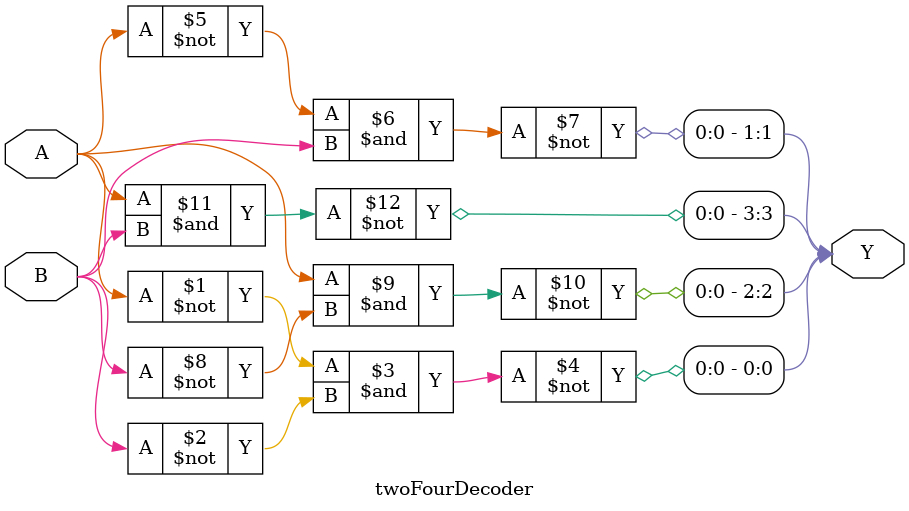
<source format=v>
`timescale 1ns / 1ps


module twoFourDecoder (
    input A,
    input B,
    output [3:0] Y
);

/*
 * A B | Y
 * 0 0 | 1110
 * 0 1 | 1101
 * 1 0 | 1011
 * 1 1 | 0111
 */
 
 nand(Y[0], ~A, ~B);
 nand(Y[1], ~A, B);
 nand(Y[2], A, ~B);
 nand(Y[3], A, B);
endmodule

</source>
